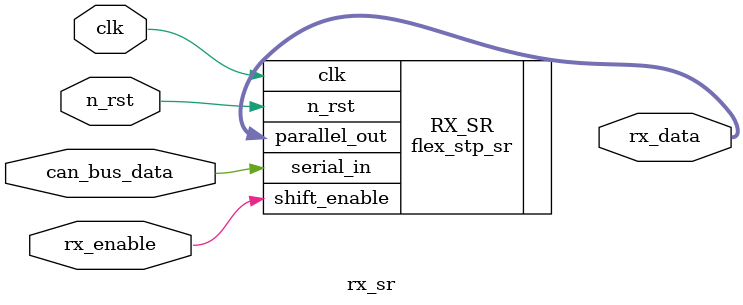
<source format=sv>

module rx_sr
  (
   input 	     clk,
   input 	     n_rst,
   input 	     rx_enable,
   input wire 	     can_bus_data,
   output reg [31:0] rx_data
   );

   flex_stp_sr #(32, 1) RX_SR
     (
      .clk(clk),
      .n_rst(n_rst),
      .shift_enable(rx_enable),
      .serial_in(can_bus_data),
      .parallel_out(rx_data)
      );
   
endmodule // rx_sr

   

</source>
